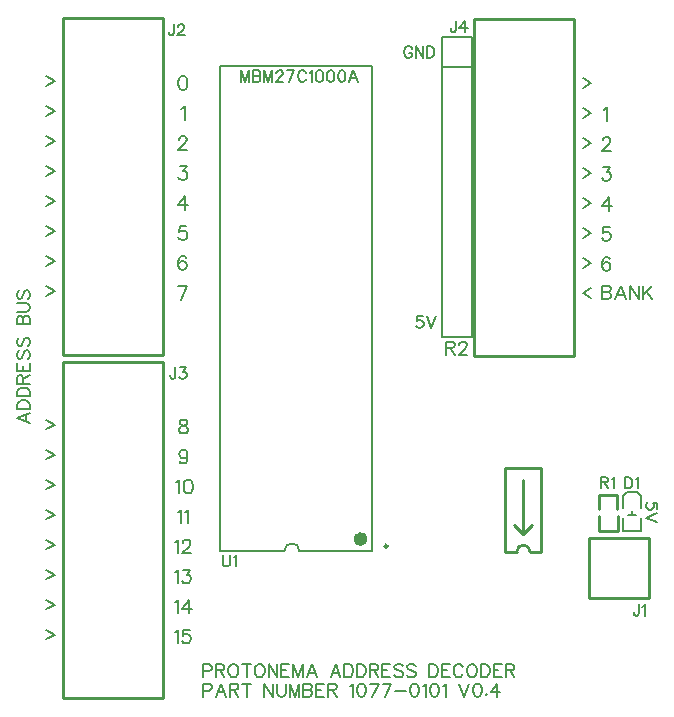
<source format=gto>
G04 Layer: TopSilkscreenLayer*
G04 Panelize: , Column: 2, Row: 2, Board Size: 58.42mm x 58.42mm, Panelized Board Size: 118.84mm x 118.84mm*
G04 EasyEDA v6.5.34, 2023-09-06 22:38:36*
G04 b9bc4809806445119315d77ae2694b74,5a6b42c53f6a479593ecc07194224c93,10*
G04 Gerber Generator version 0.2*
G04 Scale: 100 percent, Rotated: No, Reflected: No *
G04 Dimensions in millimeters *
G04 leading zeros omitted , absolute positions ,4 integer and 5 decimal *
%FSLAX45Y45*%
%MOMM*%

%ADD10C,0.1524*%
%ADD11C,0.2540*%
%ADD12C,0.2000*%
%ADD13C,0.1500*%
%ADD14C,0.6000*%
%ADD15C,0.2500*%
%ADD16C,0.0145*%

%LPD*%
D10*
X4084065Y5777737D02*
G01*
X4084065Y5705094D01*
X4079493Y5691378D01*
X4074922Y5686805D01*
X4065777Y5682234D01*
X4056888Y5682234D01*
X4047743Y5686805D01*
X4043172Y5691378D01*
X4038600Y5705094D01*
X4038600Y5714237D01*
X4159504Y5777737D02*
G01*
X4114038Y5714237D01*
X4182109Y5714237D01*
X4159504Y5777737D02*
G01*
X4159504Y5682234D01*
X1943100Y331215D02*
G01*
X1943100Y222250D01*
X1943100Y331215D02*
G01*
X1989836Y331215D01*
X2005329Y326136D01*
X2010663Y320802D01*
X2015743Y310387D01*
X2015743Y294894D01*
X2010663Y284479D01*
X2005329Y279400D01*
X1989836Y274065D01*
X1943100Y274065D01*
X2050034Y331215D02*
G01*
X2050034Y222250D01*
X2050034Y331215D02*
G01*
X2096770Y331215D01*
X2112518Y326136D01*
X2117597Y320802D01*
X2122931Y310387D01*
X2122931Y299973D01*
X2117597Y289560D01*
X2112518Y284479D01*
X2096770Y279400D01*
X2050034Y279400D01*
X2086609Y279400D02*
G01*
X2122931Y222250D01*
X2188209Y331215D02*
G01*
X2178050Y326136D01*
X2167636Y315721D01*
X2162302Y305307D01*
X2157222Y289560D01*
X2157222Y263652D01*
X2162302Y248157D01*
X2167636Y237744D01*
X2178050Y227329D01*
X2188209Y222250D01*
X2209038Y222250D01*
X2219452Y227329D01*
X2229865Y237744D01*
X2235200Y248157D01*
X2240279Y263652D01*
X2240279Y289560D01*
X2235200Y305307D01*
X2229865Y315721D01*
X2219452Y326136D01*
X2209038Y331215D01*
X2188209Y331215D01*
X2310891Y331215D02*
G01*
X2310891Y222250D01*
X2274570Y331215D02*
G01*
X2347213Y331215D01*
X2412745Y331215D02*
G01*
X2402331Y326136D01*
X2391918Y315721D01*
X2386838Y305307D01*
X2381504Y289560D01*
X2381504Y263652D01*
X2386838Y248157D01*
X2391918Y237744D01*
X2402331Y227329D01*
X2412745Y222250D01*
X2433574Y222250D01*
X2443988Y227329D01*
X2454402Y237744D01*
X2459481Y248157D01*
X2464815Y263652D01*
X2464815Y289560D01*
X2459481Y305307D01*
X2454402Y315721D01*
X2443988Y326136D01*
X2433574Y331215D01*
X2412745Y331215D01*
X2499106Y331215D02*
G01*
X2499106Y222250D01*
X2499106Y331215D02*
G01*
X2571750Y222250D01*
X2571750Y331215D02*
G01*
X2571750Y222250D01*
X2606040Y331215D02*
G01*
X2606040Y222250D01*
X2606040Y331215D02*
G01*
X2673604Y331215D01*
X2606040Y279400D02*
G01*
X2647695Y279400D01*
X2606040Y222250D02*
G01*
X2673604Y222250D01*
X2707893Y331215D02*
G01*
X2707893Y222250D01*
X2707893Y331215D02*
G01*
X2749550Y222250D01*
X2790952Y331215D02*
G01*
X2749550Y222250D01*
X2790952Y331215D02*
G01*
X2790952Y222250D01*
X2866897Y331215D02*
G01*
X2825241Y222250D01*
X2866897Y331215D02*
G01*
X2908300Y222250D01*
X2840990Y258571D02*
G01*
X2892806Y258571D01*
X3064256Y331215D02*
G01*
X3022600Y222250D01*
X3064256Y331215D02*
G01*
X3105911Y222250D01*
X3038347Y258571D02*
G01*
X3090163Y258571D01*
X3140202Y331215D02*
G01*
X3140202Y222250D01*
X3140202Y331215D02*
G01*
X3176524Y331215D01*
X3192018Y326136D01*
X3202431Y315721D01*
X3207765Y305307D01*
X3212845Y289560D01*
X3212845Y263652D01*
X3207765Y248157D01*
X3202431Y237744D01*
X3192018Y227329D01*
X3176524Y222250D01*
X3140202Y222250D01*
X3247136Y331215D02*
G01*
X3247136Y222250D01*
X3247136Y331215D02*
G01*
X3283458Y331215D01*
X3299206Y326136D01*
X3309620Y315721D01*
X3314700Y305307D01*
X3319779Y289560D01*
X3319779Y263652D01*
X3314700Y248157D01*
X3309620Y237744D01*
X3299206Y227329D01*
X3283458Y222250D01*
X3247136Y222250D01*
X3354070Y331215D02*
G01*
X3354070Y222250D01*
X3354070Y331215D02*
G01*
X3401059Y331215D01*
X3416554Y326136D01*
X3421634Y320802D01*
X3426968Y310387D01*
X3426968Y299973D01*
X3421634Y289560D01*
X3416554Y284479D01*
X3401059Y279400D01*
X3354070Y279400D01*
X3390645Y279400D02*
G01*
X3426968Y222250D01*
X3461258Y331215D02*
G01*
X3461258Y222250D01*
X3461258Y331215D02*
G01*
X3528822Y331215D01*
X3461258Y279400D02*
G01*
X3502659Y279400D01*
X3461258Y222250D02*
G01*
X3528822Y222250D01*
X3635756Y315721D02*
G01*
X3625341Y326136D01*
X3609847Y331215D01*
X3589020Y331215D01*
X3573525Y326136D01*
X3563111Y315721D01*
X3563111Y305307D01*
X3568191Y294894D01*
X3573525Y289560D01*
X3583940Y284479D01*
X3614927Y274065D01*
X3625341Y268986D01*
X3630675Y263652D01*
X3635756Y253237D01*
X3635756Y237744D01*
X3625341Y227329D01*
X3609847Y222250D01*
X3589020Y222250D01*
X3573525Y227329D01*
X3563111Y237744D01*
X3742690Y315721D02*
G01*
X3732529Y326136D01*
X3716781Y331215D01*
X3695954Y331215D01*
X3680459Y326136D01*
X3670045Y315721D01*
X3670045Y305307D01*
X3675379Y294894D01*
X3680459Y289560D01*
X3690874Y284479D01*
X3722115Y274065D01*
X3732529Y268986D01*
X3737609Y263652D01*
X3742690Y253237D01*
X3742690Y237744D01*
X3732529Y227329D01*
X3716781Y222250D01*
X3695954Y222250D01*
X3680459Y227329D01*
X3670045Y237744D01*
X3856990Y331215D02*
G01*
X3856990Y222250D01*
X3856990Y331215D02*
G01*
X3893565Y331215D01*
X3909059Y326136D01*
X3919474Y315721D01*
X3924554Y305307D01*
X3929888Y289560D01*
X3929888Y263652D01*
X3924554Y248157D01*
X3919474Y237744D01*
X3909059Y227329D01*
X3893565Y222250D01*
X3856990Y222250D01*
X3964177Y331215D02*
G01*
X3964177Y222250D01*
X3964177Y331215D02*
G01*
X4031741Y331215D01*
X3964177Y279400D02*
G01*
X4005579Y279400D01*
X3964177Y222250D02*
G01*
X4031741Y222250D01*
X4144009Y305307D02*
G01*
X4138675Y315721D01*
X4128261Y326136D01*
X4117847Y331215D01*
X4097020Y331215D01*
X4086859Y326136D01*
X4076445Y315721D01*
X4071111Y305307D01*
X4066031Y289560D01*
X4066031Y263652D01*
X4071111Y248157D01*
X4076445Y237744D01*
X4086859Y227329D01*
X4097020Y222250D01*
X4117847Y222250D01*
X4128261Y227329D01*
X4138675Y237744D01*
X4144009Y248157D01*
X4209288Y331215D02*
G01*
X4198874Y326136D01*
X4188459Y315721D01*
X4183379Y305307D01*
X4178300Y289560D01*
X4178300Y263652D01*
X4183379Y248157D01*
X4188459Y237744D01*
X4198874Y227329D01*
X4209288Y222250D01*
X4230115Y222250D01*
X4240529Y227329D01*
X4250943Y237744D01*
X4256024Y248157D01*
X4261358Y263652D01*
X4261358Y289560D01*
X4256024Y305307D01*
X4250943Y315721D01*
X4240529Y326136D01*
X4230115Y331215D01*
X4209288Y331215D01*
X4295647Y331215D02*
G01*
X4295647Y222250D01*
X4295647Y331215D02*
G01*
X4331970Y331215D01*
X4347463Y326136D01*
X4357877Y315721D01*
X4363211Y305307D01*
X4368291Y289560D01*
X4368291Y263652D01*
X4363211Y248157D01*
X4357877Y237744D01*
X4347463Y227329D01*
X4331970Y222250D01*
X4295647Y222250D01*
X4402581Y331215D02*
G01*
X4402581Y222250D01*
X4402581Y331215D02*
G01*
X4470145Y331215D01*
X4402581Y279400D02*
G01*
X4444238Y279400D01*
X4402581Y222250D02*
G01*
X4470145Y222250D01*
X4504436Y331215D02*
G01*
X4504436Y222250D01*
X4504436Y331215D02*
G01*
X4551172Y331215D01*
X4566920Y326136D01*
X4572000Y320802D01*
X4577079Y310387D01*
X4577079Y299973D01*
X4572000Y289560D01*
X4566920Y284479D01*
X4551172Y279400D01*
X4504436Y279400D01*
X4540758Y279400D02*
G01*
X4577079Y222250D01*
X1943100Y166115D02*
G01*
X1943100Y57150D01*
X1943100Y166115D02*
G01*
X1989836Y166115D01*
X2005329Y161036D01*
X2010663Y155702D01*
X2015743Y145287D01*
X2015743Y129794D01*
X2010663Y119379D01*
X2005329Y114300D01*
X1989836Y108965D01*
X1943100Y108965D01*
X2091690Y166115D02*
G01*
X2050034Y57150D01*
X2091690Y166115D02*
G01*
X2133345Y57150D01*
X2065781Y93471D02*
G01*
X2117597Y93471D01*
X2167636Y166115D02*
G01*
X2167636Y57150D01*
X2167636Y166115D02*
G01*
X2214372Y166115D01*
X2229865Y161036D01*
X2235200Y155702D01*
X2240279Y145287D01*
X2240279Y134873D01*
X2235200Y124460D01*
X2229865Y119379D01*
X2214372Y114300D01*
X2167636Y114300D01*
X2203958Y114300D02*
G01*
X2240279Y57150D01*
X2310891Y166115D02*
G01*
X2310891Y57150D01*
X2274570Y166115D02*
G01*
X2347213Y166115D01*
X2461513Y166115D02*
G01*
X2461513Y57150D01*
X2461513Y166115D02*
G01*
X2534411Y57150D01*
X2534411Y166115D02*
G01*
X2534411Y57150D01*
X2568702Y166115D02*
G01*
X2568702Y88137D01*
X2573781Y72644D01*
X2584195Y62229D01*
X2599690Y57150D01*
X2610104Y57150D01*
X2625852Y62229D01*
X2636265Y72644D01*
X2641345Y88137D01*
X2641345Y166115D01*
X2675636Y166115D02*
G01*
X2675636Y57150D01*
X2675636Y166115D02*
G01*
X2717291Y57150D01*
X2758693Y166115D02*
G01*
X2717291Y57150D01*
X2758693Y166115D02*
G01*
X2758693Y57150D01*
X2792984Y166115D02*
G01*
X2792984Y57150D01*
X2792984Y166115D02*
G01*
X2839720Y166115D01*
X2855468Y161036D01*
X2860547Y155702D01*
X2865881Y145287D01*
X2865881Y134873D01*
X2860547Y124460D01*
X2855468Y119379D01*
X2839720Y114300D01*
X2792984Y114300D02*
G01*
X2839720Y114300D01*
X2855468Y108965D01*
X2860547Y103886D01*
X2865881Y93471D01*
X2865881Y77723D01*
X2860547Y67310D01*
X2855468Y62229D01*
X2839720Y57150D01*
X2792984Y57150D01*
X2900172Y166115D02*
G01*
X2900172Y57150D01*
X2900172Y166115D02*
G01*
X2967736Y166115D01*
X2900172Y114300D02*
G01*
X2941574Y114300D01*
X2900172Y57150D02*
G01*
X2967736Y57150D01*
X3002025Y166115D02*
G01*
X3002025Y57150D01*
X3002025Y166115D02*
G01*
X3048761Y166115D01*
X3064256Y161036D01*
X3069590Y155702D01*
X3074670Y145287D01*
X3074670Y134873D01*
X3069590Y124460D01*
X3064256Y119379D01*
X3048761Y114300D01*
X3002025Y114300D01*
X3038347Y114300D02*
G01*
X3074670Y57150D01*
X3188970Y145287D02*
G01*
X3199384Y150621D01*
X3214877Y166115D01*
X3214877Y57150D01*
X3280409Y166115D02*
G01*
X3264915Y161036D01*
X3254502Y145287D01*
X3249168Y119379D01*
X3249168Y103886D01*
X3254502Y77723D01*
X3264915Y62229D01*
X3280409Y57150D01*
X3290824Y57150D01*
X3306318Y62229D01*
X3316731Y77723D01*
X3322065Y103886D01*
X3322065Y119379D01*
X3316731Y145287D01*
X3306318Y161036D01*
X3290824Y166115D01*
X3280409Y166115D01*
X3429000Y166115D02*
G01*
X3376929Y57150D01*
X3356356Y166115D02*
G01*
X3429000Y166115D01*
X3535934Y166115D02*
G01*
X3484118Y57150D01*
X3463290Y166115D02*
G01*
X3535934Y166115D01*
X3570224Y103886D02*
G01*
X3663950Y103886D01*
X3729227Y166115D02*
G01*
X3713734Y161036D01*
X3703320Y145287D01*
X3698240Y119379D01*
X3698240Y103886D01*
X3703320Y77723D01*
X3713734Y62229D01*
X3729227Y57150D01*
X3739641Y57150D01*
X3755390Y62229D01*
X3765550Y77723D01*
X3770884Y103886D01*
X3770884Y119379D01*
X3765550Y145287D01*
X3755390Y161036D01*
X3739641Y166115D01*
X3729227Y166115D01*
X3805174Y145287D02*
G01*
X3815588Y150621D01*
X3831081Y166115D01*
X3831081Y57150D01*
X3896613Y166115D02*
G01*
X3881120Y161036D01*
X3870706Y145287D01*
X3865372Y119379D01*
X3865372Y103886D01*
X3870706Y77723D01*
X3881120Y62229D01*
X3896613Y57150D01*
X3907027Y57150D01*
X3922522Y62229D01*
X3932936Y77723D01*
X3938270Y103886D01*
X3938270Y119379D01*
X3932936Y145287D01*
X3922522Y161036D01*
X3907027Y166115D01*
X3896613Y166115D01*
X3972559Y145287D02*
G01*
X3982720Y150621D01*
X3998468Y166115D01*
X3998468Y57150D01*
X4112768Y166115D02*
G01*
X4154170Y57150D01*
X4195825Y166115D02*
G01*
X4154170Y57150D01*
X4261358Y166115D02*
G01*
X4245609Y161036D01*
X4235450Y145287D01*
X4230115Y119379D01*
X4230115Y103886D01*
X4235450Y77723D01*
X4245609Y62229D01*
X4261358Y57150D01*
X4271772Y57150D01*
X4287265Y62229D01*
X4297679Y77723D01*
X4302759Y103886D01*
X4302759Y119379D01*
X4297679Y145287D01*
X4287265Y161036D01*
X4271772Y166115D01*
X4261358Y166115D01*
X4342384Y83057D02*
G01*
X4337050Y77723D01*
X4342384Y72644D01*
X4347463Y77723D01*
X4342384Y83057D01*
X4433824Y166115D02*
G01*
X4381754Y93471D01*
X4459731Y93471D01*
X4433824Y166115D02*
G01*
X4433824Y57150D01*
X5321300Y3537457D02*
G01*
X5321300Y3422904D01*
X5321300Y3537457D02*
G01*
X5370322Y3537457D01*
X5386831Y3531870D01*
X5392165Y3526536D01*
X5397754Y3515613D01*
X5397754Y3504692D01*
X5392165Y3493770D01*
X5386831Y3488181D01*
X5370322Y3482847D01*
X5321300Y3482847D02*
G01*
X5370322Y3482847D01*
X5386831Y3477513D01*
X5392165Y3471926D01*
X5397754Y3461004D01*
X5397754Y3444747D01*
X5392165Y3433826D01*
X5386831Y3428237D01*
X5370322Y3422904D01*
X5321300Y3422904D01*
X5477256Y3537457D02*
G01*
X5433568Y3422904D01*
X5477256Y3537457D02*
G01*
X5520943Y3422904D01*
X5450077Y3461004D02*
G01*
X5504688Y3461004D01*
X5557011Y3537457D02*
G01*
X5557011Y3422904D01*
X5557011Y3537457D02*
G01*
X5633211Y3422904D01*
X5633211Y3537457D02*
G01*
X5633211Y3422904D01*
X5669279Y3537457D02*
G01*
X5669279Y3422904D01*
X5745734Y3537457D02*
G01*
X5669279Y3461004D01*
X5696458Y3488181D02*
G01*
X5745734Y3422904D01*
X5386857Y4032757D02*
G01*
X5332247Y4032757D01*
X5326659Y3983481D01*
X5332247Y3989070D01*
X5348503Y3994404D01*
X5365013Y3994404D01*
X5381269Y3989070D01*
X5392191Y3978147D01*
X5397779Y3961892D01*
X5397779Y3950970D01*
X5392191Y3934460D01*
X5381269Y3923537D01*
X5365013Y3918204D01*
X5348503Y3918204D01*
X5332247Y3923537D01*
X5326659Y3929126D01*
X5321325Y3940047D01*
X5156093Y5294386D02*
G01*
X5228991Y5253238D01*
X5156093Y5212344D01*
X5156093Y5040386D02*
G01*
X5228991Y4999238D01*
X5156093Y4958344D01*
X5156093Y4786386D02*
G01*
X5228991Y4745238D01*
X5156093Y4704344D01*
X5156093Y4532386D02*
G01*
X5228991Y4491238D01*
X5156093Y4450344D01*
X5156093Y4278386D02*
G01*
X5228991Y4237238D01*
X5156093Y4196344D01*
X5156093Y4024386D02*
G01*
X5228991Y3983238D01*
X5156093Y3942344D01*
X5156093Y3770386D02*
G01*
X5228991Y3729238D01*
X5156093Y3688344D01*
X5228843Y3516376D02*
G01*
X5156200Y3475481D01*
X5228843Y3434334D01*
X612985Y3532741D02*
G01*
X685883Y3491593D01*
X612985Y3450699D01*
X612985Y3786741D02*
G01*
X685883Y3745593D01*
X612985Y3704699D01*
X612985Y4040741D02*
G01*
X685883Y3999593D01*
X612985Y3958699D01*
X612985Y4294741D02*
G01*
X685883Y4253593D01*
X612985Y4212699D01*
X612985Y4548741D02*
G01*
X685883Y4507593D01*
X612985Y4466699D01*
X612985Y4802741D02*
G01*
X685883Y4761593D01*
X612985Y4720699D01*
X612985Y5056741D02*
G01*
X685883Y5015593D01*
X612985Y4974699D01*
X612985Y5310741D02*
G01*
X685883Y5269593D01*
X612985Y5228699D01*
X613008Y624443D02*
G01*
X685906Y583295D01*
X613008Y542401D01*
X613008Y878443D02*
G01*
X685906Y837295D01*
X613008Y796401D01*
X613008Y1132443D02*
G01*
X685906Y1091295D01*
X613008Y1050401D01*
X613008Y1386443D02*
G01*
X685906Y1345295D01*
X613008Y1304401D01*
X613008Y1640443D02*
G01*
X685906Y1599295D01*
X613008Y1558401D01*
X613008Y1894443D02*
G01*
X685906Y1853295D01*
X613008Y1812401D01*
X613008Y2148443D02*
G01*
X685906Y2107295D01*
X613008Y2066401D01*
X613008Y2402443D02*
G01*
X685906Y2361295D01*
X613008Y2320401D01*
X1709191Y2844164D02*
G01*
X1709191Y2771267D01*
X1704619Y2757804D01*
X1700047Y2753232D01*
X1690903Y2748661D01*
X1681759Y2748661D01*
X1672869Y2753232D01*
X1668297Y2757804D01*
X1663725Y2771267D01*
X1663725Y2780411D01*
X1748307Y2844164D02*
G01*
X1798345Y2844164D01*
X1770913Y2807843D01*
X1784629Y2807843D01*
X1793773Y2803270D01*
X1798345Y2798698D01*
X1802917Y2784982D01*
X1802917Y2775838D01*
X1798345Y2762377D01*
X1789201Y2753232D01*
X1775485Y2748661D01*
X1761769Y2748661D01*
X1748307Y2753232D01*
X1743735Y2757804D01*
X1739163Y2766948D01*
X1696491Y5752464D02*
G01*
X1696491Y5679567D01*
X1691919Y5666104D01*
X1687347Y5661532D01*
X1678203Y5656961D01*
X1669059Y5656961D01*
X1660169Y5661532D01*
X1655597Y5666104D01*
X1651025Y5679567D01*
X1651025Y5688711D01*
X1731035Y5729604D02*
G01*
X1731035Y5734177D01*
X1735607Y5743320D01*
X1740179Y5747893D01*
X1749069Y5752464D01*
X1767357Y5752464D01*
X1776501Y5747893D01*
X1781073Y5743320D01*
X1785645Y5734177D01*
X1785645Y5725032D01*
X1781073Y5716143D01*
X1771929Y5702427D01*
X1726463Y5656961D01*
X1790217Y5656961D01*
X1701820Y601339D02*
G01*
X1712742Y606673D01*
X1728998Y623183D01*
X1728998Y508629D01*
X1830598Y623183D02*
G01*
X1775988Y623183D01*
X1770654Y573907D01*
X1775988Y579495D01*
X1792244Y584829D01*
X1808754Y584829D01*
X1825010Y579495D01*
X1835932Y568573D01*
X1841520Y552317D01*
X1841520Y541395D01*
X1835932Y524885D01*
X1825010Y513963D01*
X1808754Y508629D01*
X1792244Y508629D01*
X1775988Y513963D01*
X1770654Y519551D01*
X1765066Y530473D01*
X1701820Y855339D02*
G01*
X1712742Y860673D01*
X1728998Y877183D01*
X1728998Y762629D01*
X1819676Y877183D02*
G01*
X1765066Y800729D01*
X1846854Y800729D01*
X1819676Y877183D02*
G01*
X1819676Y762629D01*
X1701820Y1109339D02*
G01*
X1712742Y1114673D01*
X1728998Y1131183D01*
X1728998Y1016629D01*
X1775988Y1131183D02*
G01*
X1835932Y1131183D01*
X1803166Y1087495D01*
X1819676Y1087495D01*
X1830598Y1081907D01*
X1835932Y1076573D01*
X1841520Y1060317D01*
X1841520Y1049395D01*
X1835932Y1032885D01*
X1825010Y1021963D01*
X1808754Y1016629D01*
X1792244Y1016629D01*
X1775988Y1021963D01*
X1770654Y1027551D01*
X1765066Y1038473D01*
X1701820Y1363339D02*
G01*
X1712742Y1368673D01*
X1728998Y1385183D01*
X1728998Y1270629D01*
X1770654Y1357751D02*
G01*
X1770654Y1363339D01*
X1775988Y1374261D01*
X1781576Y1379595D01*
X1792244Y1385183D01*
X1814088Y1385183D01*
X1825010Y1379595D01*
X1830598Y1374261D01*
X1835932Y1363339D01*
X1835932Y1352417D01*
X1830598Y1341495D01*
X1819676Y1325239D01*
X1765066Y1270629D01*
X1841520Y1270629D01*
X1727220Y1617339D02*
G01*
X1738142Y1622673D01*
X1754398Y1639183D01*
X1754398Y1524629D01*
X1790466Y1617339D02*
G01*
X1801388Y1622673D01*
X1817644Y1639183D01*
X1817644Y1524629D01*
X1714520Y1871339D02*
G01*
X1725442Y1876673D01*
X1741698Y1893183D01*
X1741698Y1778629D01*
X1810532Y1893183D02*
G01*
X1794276Y1887595D01*
X1783354Y1871339D01*
X1777766Y1843907D01*
X1777766Y1827651D01*
X1783354Y1800473D01*
X1794276Y1783963D01*
X1810532Y1778629D01*
X1821454Y1778629D01*
X1837710Y1783963D01*
X1848632Y1800473D01*
X1854220Y1827651D01*
X1854220Y1843907D01*
X1848632Y1871339D01*
X1837710Y1887595D01*
X1821454Y1893183D01*
X1810532Y1893183D01*
X1810786Y2108829D02*
G01*
X1805452Y2092573D01*
X1794530Y2081651D01*
X1778020Y2076317D01*
X1772686Y2076317D01*
X1756176Y2081651D01*
X1745254Y2092573D01*
X1739920Y2108829D01*
X1739920Y2114417D01*
X1745254Y2130673D01*
X1756176Y2141595D01*
X1772686Y2147183D01*
X1778020Y2147183D01*
X1794530Y2141595D01*
X1805452Y2130673D01*
X1810786Y2108829D01*
X1810786Y2081651D01*
X1805452Y2054473D01*
X1794530Y2037963D01*
X1778020Y2032629D01*
X1767098Y2032629D01*
X1750842Y2037963D01*
X1745254Y2048885D01*
X1767098Y2401183D02*
G01*
X1750842Y2395595D01*
X1745254Y2384673D01*
X1745254Y2373751D01*
X1750842Y2362829D01*
X1761764Y2357495D01*
X1783608Y2351907D01*
X1799864Y2346573D01*
X1810786Y2335651D01*
X1816374Y2324729D01*
X1816374Y2308473D01*
X1810786Y2297551D01*
X1805452Y2291963D01*
X1788942Y2286629D01*
X1767098Y2286629D01*
X1750842Y2291963D01*
X1745254Y2297551D01*
X1739920Y2308473D01*
X1739920Y2324729D01*
X1745254Y2335651D01*
X1756176Y2346573D01*
X1772686Y2351907D01*
X1794530Y2357495D01*
X1805452Y2362829D01*
X1810786Y2373751D01*
X1810786Y2384673D01*
X1805452Y2395595D01*
X1788942Y2401183D01*
X1767098Y2401183D01*
X1767055Y5309481D02*
G01*
X1750545Y5303893D01*
X1739623Y5287637D01*
X1734289Y5260205D01*
X1734289Y5243949D01*
X1739623Y5216771D01*
X1750545Y5200261D01*
X1767055Y5194927D01*
X1777977Y5194927D01*
X1794233Y5200261D01*
X1805155Y5216771D01*
X1810743Y5243949D01*
X1810743Y5260205D01*
X1805155Y5287637D01*
X1794233Y5303893D01*
X1777977Y5309481D01*
X1767055Y5309481D01*
X1759714Y5033637D02*
G01*
X1770636Y5038971D01*
X1786892Y5055481D01*
X1786892Y4940927D01*
X1739623Y4774049D02*
G01*
X1739623Y4779637D01*
X1745211Y4790559D01*
X1750545Y4795893D01*
X1761467Y4801481D01*
X1783311Y4801481D01*
X1794233Y4795893D01*
X1799821Y4790559D01*
X1805155Y4779637D01*
X1805155Y4768715D01*
X1799821Y4757793D01*
X1788899Y4741537D01*
X1734289Y4686927D01*
X1810743Y4686927D01*
X1745211Y4547481D02*
G01*
X1805155Y4547481D01*
X1772389Y4503793D01*
X1788899Y4503793D01*
X1799821Y4498205D01*
X1805155Y4492871D01*
X1810743Y4476615D01*
X1810743Y4465693D01*
X1805155Y4449183D01*
X1794233Y4438261D01*
X1777977Y4432927D01*
X1761467Y4432927D01*
X1745211Y4438261D01*
X1739623Y4443849D01*
X1734289Y4454771D01*
X1788899Y4293481D02*
G01*
X1734289Y4217027D01*
X1816077Y4217027D01*
X1788899Y4293481D02*
G01*
X1788899Y4178927D01*
X1799821Y4039481D02*
G01*
X1745211Y4039481D01*
X1739623Y3990205D01*
X1745211Y3995793D01*
X1761467Y4001127D01*
X1777977Y4001127D01*
X1794233Y3995793D01*
X1805155Y3984871D01*
X1810743Y3968615D01*
X1810743Y3957693D01*
X1805155Y3941183D01*
X1794233Y3930261D01*
X1777977Y3924927D01*
X1761467Y3924927D01*
X1745211Y3930261D01*
X1739623Y3935849D01*
X1734289Y3946771D01*
X1799821Y3768971D02*
G01*
X1794233Y3779893D01*
X1777977Y3785481D01*
X1767055Y3785481D01*
X1750545Y3779893D01*
X1739623Y3763637D01*
X1734289Y3736205D01*
X1734289Y3709027D01*
X1739623Y3687183D01*
X1750545Y3676261D01*
X1767055Y3670927D01*
X1772389Y3670927D01*
X1788899Y3676261D01*
X1799821Y3687183D01*
X1805155Y3703693D01*
X1805155Y3709027D01*
X1799821Y3725537D01*
X1788899Y3736205D01*
X1772389Y3741793D01*
X1767055Y3741793D01*
X1750545Y3736205D01*
X1739623Y3725537D01*
X1734289Y3709027D01*
X1810743Y3531481D02*
G01*
X1756133Y3416927D01*
X1734289Y3531481D02*
G01*
X1810743Y3531481D01*
X2260600Y5358637D02*
G01*
X2260600Y5263134D01*
X2260600Y5358637D02*
G01*
X2296922Y5263134D01*
X2333243Y5358637D02*
G01*
X2296922Y5263134D01*
X2333243Y5358637D02*
G01*
X2333243Y5263134D01*
X2363215Y5358637D02*
G01*
X2363215Y5263134D01*
X2363215Y5358637D02*
G01*
X2404109Y5358637D01*
X2417825Y5354065D01*
X2422397Y5349494D01*
X2426970Y5340604D01*
X2426970Y5331460D01*
X2422397Y5322315D01*
X2417825Y5317744D01*
X2404109Y5313171D01*
X2363215Y5313171D02*
G01*
X2404109Y5313171D01*
X2417825Y5308600D01*
X2422397Y5304281D01*
X2426970Y5295137D01*
X2426970Y5281421D01*
X2422397Y5272278D01*
X2417825Y5267705D01*
X2404109Y5263134D01*
X2363215Y5263134D01*
X2456941Y5358637D02*
G01*
X2456941Y5263134D01*
X2456941Y5358637D02*
G01*
X2493263Y5263134D01*
X2529586Y5358637D02*
G01*
X2493263Y5263134D01*
X2529586Y5358637D02*
G01*
X2529586Y5263134D01*
X2564129Y5336031D02*
G01*
X2564129Y5340604D01*
X2568702Y5349494D01*
X2573274Y5354065D01*
X2582418Y5358637D01*
X2600706Y5358637D01*
X2609595Y5354065D01*
X2614168Y5349494D01*
X2618740Y5340604D01*
X2618740Y5331460D01*
X2614168Y5322315D01*
X2605024Y5308600D01*
X2559811Y5263134D01*
X2623311Y5263134D01*
X2717038Y5358637D02*
G01*
X2671572Y5263134D01*
X2653284Y5358637D02*
G01*
X2717038Y5358637D01*
X2815081Y5336031D02*
G01*
X2810509Y5345176D01*
X2801620Y5354065D01*
X2792475Y5358637D01*
X2774188Y5358637D01*
X2765043Y5354065D01*
X2756154Y5345176D01*
X2751581Y5336031D01*
X2747009Y5322315D01*
X2747009Y5299710D01*
X2751581Y5285994D01*
X2756154Y5276850D01*
X2765043Y5267705D01*
X2774188Y5263134D01*
X2792475Y5263134D01*
X2801620Y5267705D01*
X2810509Y5276850D01*
X2815081Y5285994D01*
X2845054Y5340604D02*
G01*
X2854197Y5345176D01*
X2867913Y5358637D01*
X2867913Y5263134D01*
X2925063Y5358637D02*
G01*
X2911602Y5354065D01*
X2902458Y5340604D01*
X2897886Y5317744D01*
X2897886Y5304281D01*
X2902458Y5281421D01*
X2911602Y5267705D01*
X2925063Y5263134D01*
X2934208Y5263134D01*
X2947924Y5267705D01*
X2957068Y5281421D01*
X2961386Y5304281D01*
X2961386Y5317744D01*
X2957068Y5340604D01*
X2947924Y5354065D01*
X2934208Y5358637D01*
X2925063Y5358637D01*
X3018790Y5358637D02*
G01*
X3005074Y5354065D01*
X2995929Y5340604D01*
X2991611Y5317744D01*
X2991611Y5304281D01*
X2995929Y5281421D01*
X3005074Y5267705D01*
X3018790Y5263134D01*
X3027934Y5263134D01*
X3041395Y5267705D01*
X3050540Y5281421D01*
X3055111Y5304281D01*
X3055111Y5317744D01*
X3050540Y5340604D01*
X3041395Y5354065D01*
X3027934Y5358637D01*
X3018790Y5358637D01*
X3112515Y5358637D02*
G01*
X3098800Y5354065D01*
X3089656Y5340604D01*
X3085084Y5317744D01*
X3085084Y5304281D01*
X3089656Y5281421D01*
X3098800Y5267705D01*
X3112515Y5263134D01*
X3121406Y5263134D01*
X3135122Y5267705D01*
X3144265Y5281421D01*
X3148838Y5304281D01*
X3148838Y5317744D01*
X3144265Y5340604D01*
X3135122Y5354065D01*
X3121406Y5358637D01*
X3112515Y5358637D01*
X3215131Y5358637D02*
G01*
X3178809Y5263134D01*
X3215131Y5358637D02*
G01*
X3251454Y5263134D01*
X3192525Y5295137D02*
G01*
X3237991Y5295137D01*
X5633465Y837437D02*
G01*
X5633465Y764794D01*
X5628893Y751078D01*
X5624322Y746505D01*
X5615177Y741934D01*
X5606288Y741934D01*
X5597143Y746505D01*
X5592572Y751078D01*
X5588000Y764794D01*
X5588000Y773937D01*
X5663438Y819404D02*
G01*
X5672581Y823976D01*
X5686297Y837437D01*
X5686297Y741934D01*
X5790427Y1647202D02*
G01*
X5790427Y1692668D01*
X5749533Y1697240D01*
X5754105Y1692668D01*
X5758677Y1679206D01*
X5758677Y1665490D01*
X5754105Y1651774D01*
X5744961Y1642630D01*
X5731499Y1638058D01*
X5722355Y1638058D01*
X5708639Y1642630D01*
X5699495Y1651774D01*
X5694923Y1665490D01*
X5694923Y1679206D01*
X5699495Y1692668D01*
X5704067Y1697240D01*
X5713211Y1701812D01*
X5790427Y1608086D02*
G01*
X5694923Y1571764D01*
X5790427Y1535442D02*
G01*
X5694923Y1571764D01*
X367284Y2416555D02*
G01*
X476250Y2374900D01*
X367284Y2416555D02*
G01*
X476250Y2457957D01*
X439928Y2390394D02*
G01*
X439928Y2442463D01*
X367284Y2492247D02*
G01*
X476250Y2492247D01*
X367284Y2492247D02*
G01*
X367284Y2528570D01*
X372363Y2544318D01*
X382778Y2554731D01*
X393192Y2559812D01*
X408939Y2565145D01*
X434847Y2565145D01*
X450342Y2559812D01*
X460755Y2554731D01*
X471170Y2544318D01*
X476250Y2528570D01*
X476250Y2492247D01*
X367284Y2599436D02*
G01*
X476250Y2599436D01*
X367284Y2599436D02*
G01*
X367284Y2635757D01*
X372363Y2651252D01*
X382778Y2661665D01*
X393192Y2667000D01*
X408939Y2672079D01*
X434847Y2672079D01*
X450342Y2667000D01*
X460755Y2661665D01*
X471170Y2651252D01*
X476250Y2635757D01*
X476250Y2599436D01*
X367284Y2706370D02*
G01*
X476250Y2706370D01*
X367284Y2706370D02*
G01*
X367284Y2753105D01*
X372363Y2768600D01*
X377697Y2773934D01*
X388112Y2779013D01*
X398526Y2779013D01*
X408939Y2773934D01*
X414020Y2768600D01*
X419100Y2753105D01*
X419100Y2706370D01*
X419100Y2742692D02*
G01*
X476250Y2779013D01*
X367284Y2813304D02*
G01*
X476250Y2813304D01*
X367284Y2813304D02*
G01*
X367284Y2880868D01*
X419100Y2813304D02*
G01*
X419100Y2854960D01*
X476250Y2813304D02*
G01*
X476250Y2880868D01*
X382778Y2988055D02*
G01*
X372363Y2977642D01*
X367284Y2961894D01*
X367284Y2941320D01*
X372363Y2925571D01*
X382778Y2915157D01*
X393192Y2915157D01*
X403605Y2920492D01*
X408939Y2925571D01*
X414020Y2935986D01*
X424434Y2967228D01*
X429513Y2977642D01*
X434847Y2982721D01*
X445262Y2988055D01*
X460755Y2988055D01*
X471170Y2977642D01*
X476250Y2961894D01*
X476250Y2941320D01*
X471170Y2925571D01*
X460755Y2915157D01*
X382778Y3094989D02*
G01*
X372363Y3084576D01*
X367284Y3069081D01*
X367284Y3048254D01*
X372363Y3032760D01*
X382778Y3022345D01*
X393192Y3022345D01*
X403605Y3027426D01*
X408939Y3032760D01*
X414020Y3042920D01*
X424434Y3074162D01*
X429513Y3084576D01*
X434847Y3089910D01*
X445262Y3094989D01*
X460755Y3094989D01*
X471170Y3084576D01*
X476250Y3069081D01*
X476250Y3048254D01*
X471170Y3032760D01*
X460755Y3022345D01*
X367284Y3209289D02*
G01*
X476250Y3209289D01*
X367284Y3209289D02*
G01*
X367284Y3256026D01*
X372363Y3271520D01*
X377697Y3276854D01*
X388112Y3281934D01*
X398526Y3281934D01*
X408939Y3276854D01*
X414020Y3271520D01*
X419100Y3256026D01*
X419100Y3209289D02*
G01*
X419100Y3256026D01*
X424434Y3271520D01*
X429513Y3276854D01*
X439928Y3281934D01*
X455676Y3281934D01*
X466089Y3276854D01*
X471170Y3271520D01*
X476250Y3256026D01*
X476250Y3209289D01*
X367284Y3316223D02*
G01*
X445262Y3316223D01*
X460755Y3321557D01*
X471170Y3331971D01*
X476250Y3347465D01*
X476250Y3357879D01*
X471170Y3373373D01*
X460755Y3383787D01*
X445262Y3389121D01*
X367284Y3389121D01*
X382778Y3496055D02*
G01*
X372363Y3485642D01*
X367284Y3470147D01*
X367284Y3449320D01*
X372363Y3433826D01*
X382778Y3423412D01*
X393192Y3423412D01*
X403605Y3428492D01*
X408939Y3433826D01*
X414020Y3444239D01*
X424434Y3475228D01*
X429513Y3485642D01*
X434847Y3490976D01*
X445262Y3496055D01*
X460755Y3496055D01*
X471170Y3485642D01*
X476250Y3470147D01*
X476250Y3449320D01*
X471170Y3433826D01*
X460755Y3423412D01*
X5332222Y4540757D02*
G01*
X5392165Y4540757D01*
X5359400Y4497070D01*
X5375909Y4497070D01*
X5386831Y4491481D01*
X5392165Y4486147D01*
X5397754Y4469892D01*
X5397754Y4458970D01*
X5392165Y4442460D01*
X5381243Y4431537D01*
X5364988Y4426204D01*
X5348477Y4426204D01*
X5332222Y4431537D01*
X5326634Y4437126D01*
X5321300Y4448047D01*
X5326634Y4767326D02*
G01*
X5326634Y4772913D01*
X5332222Y4783836D01*
X5337556Y4789170D01*
X5348477Y4794757D01*
X5370322Y4794757D01*
X5381243Y4789170D01*
X5386831Y4783836D01*
X5392165Y4772913D01*
X5392165Y4761992D01*
X5386831Y4751070D01*
X5375909Y4734813D01*
X5321300Y4680204D01*
X5397754Y4680204D01*
X5334000Y5026913D02*
G01*
X5344922Y5032247D01*
X5361177Y5048757D01*
X5361177Y4934204D01*
X5375909Y4286757D02*
G01*
X5321300Y4210304D01*
X5403088Y4210304D01*
X5375909Y4286757D02*
G01*
X5375909Y4172204D01*
X5386831Y3762247D02*
G01*
X5381243Y3773170D01*
X5364988Y3778757D01*
X5354065Y3778757D01*
X5337556Y3773170D01*
X5326634Y3756913D01*
X5321300Y3729481D01*
X5321300Y3702304D01*
X5326634Y3680460D01*
X5337556Y3669537D01*
X5354065Y3664204D01*
X5359400Y3664204D01*
X5375909Y3669537D01*
X5386831Y3680460D01*
X5392165Y3696970D01*
X5392165Y3702304D01*
X5386831Y3718813D01*
X5375909Y3729481D01*
X5359400Y3735070D01*
X5354065Y3735070D01*
X5337556Y3729481D01*
X5326634Y3718813D01*
X5321300Y3702304D01*
X3801109Y3275837D02*
G01*
X3755643Y3275837D01*
X3751072Y3234944D01*
X3755643Y3239515D01*
X3769106Y3244087D01*
X3782822Y3244087D01*
X3796538Y3239515D01*
X3805681Y3230371D01*
X3810254Y3216910D01*
X3810254Y3207765D01*
X3805681Y3194050D01*
X3796538Y3184905D01*
X3782822Y3180334D01*
X3769106Y3180334D01*
X3755643Y3184905D01*
X3751072Y3189478D01*
X3746500Y3198621D01*
X3840225Y3275837D02*
G01*
X3876547Y3180334D01*
X3912870Y3275837D02*
G01*
X3876547Y3180334D01*
X3712972Y5539231D02*
G01*
X3708654Y5548376D01*
X3699509Y5557265D01*
X3690365Y5561837D01*
X3672077Y5561837D01*
X3663188Y5557265D01*
X3654043Y5548376D01*
X3649472Y5539231D01*
X3644900Y5525515D01*
X3644900Y5502910D01*
X3649472Y5489194D01*
X3654043Y5480050D01*
X3663188Y5470905D01*
X3672077Y5466334D01*
X3690365Y5466334D01*
X3699509Y5470905D01*
X3708654Y5480050D01*
X3712972Y5489194D01*
X3712972Y5502910D01*
X3690365Y5502910D02*
G01*
X3712972Y5502910D01*
X3743197Y5561837D02*
G01*
X3743197Y5466334D01*
X3743197Y5561837D02*
G01*
X3806697Y5466334D01*
X3806697Y5561837D02*
G01*
X3806697Y5466334D01*
X3836670Y5561837D02*
G01*
X3836670Y5466334D01*
X3836670Y5561837D02*
G01*
X3868420Y5561837D01*
X3882136Y5557265D01*
X3891279Y5548376D01*
X3895852Y5539231D01*
X3900424Y5525515D01*
X3900424Y5502910D01*
X3895852Y5489194D01*
X3891279Y5480050D01*
X3882136Y5470905D01*
X3868420Y5466334D01*
X3836670Y5466334D01*
X2108200Y1256537D02*
G01*
X2108200Y1188465D01*
X2112772Y1174750D01*
X2121915Y1165605D01*
X2135377Y1161034D01*
X2144522Y1161034D01*
X2158238Y1165605D01*
X2167381Y1174750D01*
X2171954Y1188465D01*
X2171954Y1256537D01*
X2201925Y1238504D02*
G01*
X2210815Y1243076D01*
X2224531Y1256537D01*
X2224531Y1161034D01*
X4000500Y3061715D02*
G01*
X4000500Y2952750D01*
X4000500Y3061715D02*
G01*
X4047236Y3061715D01*
X4062729Y3056636D01*
X4068063Y3051302D01*
X4073143Y3040887D01*
X4073143Y3030473D01*
X4068063Y3020060D01*
X4062729Y3014979D01*
X4047236Y3009900D01*
X4000500Y3009900D01*
X4036822Y3009900D02*
G01*
X4073143Y2952750D01*
X4112768Y3035807D02*
G01*
X4112768Y3040887D01*
X4117847Y3051302D01*
X4123181Y3056636D01*
X4133595Y3061715D01*
X4154170Y3061715D01*
X4164584Y3056636D01*
X4169918Y3051302D01*
X4174997Y3040887D01*
X4174997Y3030473D01*
X4169918Y3020060D01*
X4159504Y3004565D01*
X4107434Y2952750D01*
X4180331Y2952750D01*
X5511800Y1916937D02*
G01*
X5511800Y1821434D01*
X5511800Y1916937D02*
G01*
X5543550Y1916937D01*
X5557265Y1912365D01*
X5566409Y1903476D01*
X5570981Y1894331D01*
X5575554Y1880615D01*
X5575554Y1858010D01*
X5570981Y1844294D01*
X5566409Y1835150D01*
X5557265Y1826005D01*
X5543550Y1821434D01*
X5511800Y1821434D01*
X5605525Y1898904D02*
G01*
X5614415Y1903476D01*
X5628131Y1916937D01*
X5628131Y1821434D01*
X5308600Y1916937D02*
G01*
X5308600Y1821434D01*
X5308600Y1916937D02*
G01*
X5349493Y1916937D01*
X5363209Y1912365D01*
X5367781Y1907794D01*
X5372354Y1898904D01*
X5372354Y1889760D01*
X5367781Y1880615D01*
X5363209Y1876044D01*
X5349493Y1871471D01*
X5308600Y1871471D01*
X5340350Y1871471D02*
G01*
X5372354Y1821434D01*
X5402325Y1898904D02*
G01*
X5411215Y1903476D01*
X5424931Y1916937D01*
X5424931Y1821434D01*
D11*
X4654550Y1895475D02*
G01*
X4654550Y1438275D01*
X4654550Y1438275D02*
G01*
X4730750Y1514475D01*
X4654550Y1438275D02*
G01*
X4578350Y1514475D01*
X4711700Y1282700D02*
G01*
X4806950Y1282700D01*
X4806950Y1997075D01*
X4502150Y1997075D01*
X4502150Y1285875D01*
X4597400Y1285875D01*
D12*
X2631500Y1291501D02*
G01*
X2286000Y1291501D01*
X2082800Y1291501D01*
X2082800Y3873500D01*
X2082800Y4381500D01*
X2082800Y4889500D01*
X2082800Y5397500D01*
X2614500Y5397500D01*
X2844800Y5397500D01*
X3376500Y5397500D01*
X3376500Y4889500D01*
X3376500Y4381500D01*
X3376500Y3873500D01*
X3376500Y1291501D01*
X3175000Y1291501D01*
X2758500Y1291501D01*
X4216400Y5638800D02*
G01*
X3962400Y5638800D01*
X3962400Y3098800D01*
X4216400Y3098800D01*
X4216400Y3225800D01*
X4216400Y5638800D01*
X3962400Y5384800D02*
G01*
X4216400Y5384800D01*
D13*
X5575523Y1595899D02*
G01*
X5575523Y1629900D01*
X5540296Y1787905D02*
G01*
X5530293Y1787905D01*
X5500291Y1757911D01*
X5650298Y1572905D02*
G01*
X5650298Y1457904D01*
X5500291Y1572905D02*
G01*
X5500291Y1457904D01*
X5650298Y1652904D02*
G01*
X5650298Y1757911D01*
X5500291Y1652904D02*
G01*
X5500291Y1757911D01*
X5650285Y1457904D02*
G01*
X5502295Y1457904D01*
X5610288Y1787905D02*
G01*
X5540296Y1787905D01*
X5610288Y1787905D02*
G01*
X5620303Y1787905D01*
X5650298Y1757911D01*
X5610296Y1595899D02*
G01*
X5542297Y1595899D01*
D11*
X5291587Y1767961D02*
G01*
X5451591Y1767961D01*
X5292097Y1457904D02*
G01*
X5452102Y1457904D01*
X5451591Y1642965D02*
G01*
X5451591Y1767961D01*
X5291587Y1642965D02*
G01*
X5291587Y1767961D01*
X5452102Y1582907D02*
G01*
X5452102Y1457904D01*
X5292097Y1582907D02*
G01*
X5292097Y1457904D01*
G75*
G01*
X4711700Y1282700D02*
G03*
X4597489Y1285870I-57150J-16D01*
D14*
G75*
G01*
X3276600Y1361440D02*
G03*
X3276092Y1361440I-254J29999D01*
D15*
G75*
G01*
X3492500Y1318006D02*
G03*
X3492246Y1318006I-127J12499D01*
D12*
G75*
G01*
X2758440Y1291590D02*
G03*
X2631440Y1291590I-63500J0D01*
D11*
X4235881Y5794502D02*
G01*
X5085892Y5794502D01*
X5085892Y2944495D01*
X4235881Y2944495D01*
X4235881Y5794502D01*
X756081Y5800597D02*
G01*
X1606092Y5800597D01*
X1606092Y2950590D01*
X756081Y2950590D01*
X756081Y5800597D01*
X756107Y2892297D02*
G01*
X1606118Y2892297D01*
X1606118Y42290D01*
X756107Y42290D01*
X756107Y2892297D01*
X5207000Y1397000D02*
G01*
X5715000Y1397000D01*
X5715000Y889000D01*
X5207000Y889000D01*
X5207000Y1397000D01*
M02*

</source>
